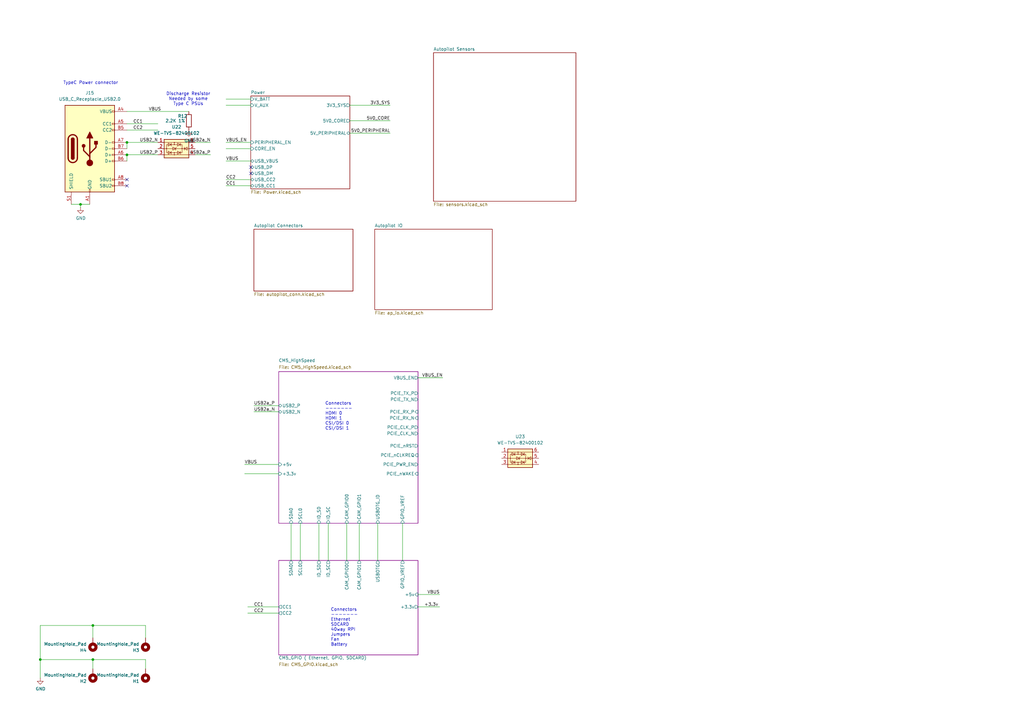
<source format=kicad_sch>
(kicad_sch (version 20250114) (generator "eeschema") (generator_version "9.0")
  (paper "A3")
  (title_block (title "Compact Pi AutoPilot") (date "2026-02-08") (rev "0") (company "Logan Fagg") (comment 1 "Licensed under CERN-OHL-S v2") (comment 2 "Copyright © 2026 Logan Fagg") (comment 3 "https://github.com/loganrf/compactPi"))
  (lib_symbols
    (symbol "Connector:USB_C_Receptacle_USB2.0_16P" (pin_names (offset 1.016))
      (property "Reference" "J" (at 0 22.225 0))
      (property "Value" "USB_C_Receptacle_USB2.0_16P" (at 0 19.685 0))
      (symbol "USB_C_Receptacle_USB2.0_16P_0_0"
        (rectangle (start -0.254 -17.78) (end 0.254 -16.764))
        (rectangle (start 10.16 15.494) (end 9.144 14.986))
        (rectangle (start 10.16 10.414) (end 9.144 9.906))
        (rectangle (start 10.16 7.874) (end 9.144 7.366))
        (rectangle (start 10.16 2.794) (end 9.144 2.286))
        (rectangle (start 10.16 0.254) (end 9.144 -0.254))
        (rectangle (start 10.16 -2.286) (end 9.144 -2.794))
        (rectangle (start 10.16 -4.826) (end 9.144 -5.334))
        (rectangle (start 10.16 -12.446) (end 9.144 -12.954))
        (rectangle (start 10.16 -14.986) (end 9.144 -15.494))
      )
      (symbol "USB_C_Receptacle_USB2.0_16P_0_1"
        (rectangle (start -10.16 17.78) (end 10.16 -17.78) (stroke (width 0.254)) (fill (type background)))
        (polyline (pts (xy -8.89 -3.81) (xy -8.89 3.81)) (stroke (width 0.508)))
        (rectangle (start -7.62 -3.81) (end -6.35 3.81) (stroke (width 0.254)) (fill (type outline)))
        (arc (start -7.62 3.81) (mid -6.985 4.4423) (end -6.35 3.81) (stroke (width 0.254)))
        (arc (start -7.62 3.81) (mid -6.985 4.4423) (end -6.35 3.81) (stroke (width 0.254)) (fill (type outline)))
        (arc (start -8.89 3.81) (mid -6.985 5.7067) (end -5.08 3.81) (stroke (width 0.508)))
        (arc (start -5.08 -3.81) (mid -6.985 -5.7067) (end -8.89 -3.81) (stroke (width 0.508)))
        (arc (start -6.35 -3.81) (mid -6.985 -4.4423) (end -7.62 -3.81) (stroke (width 0.254)))
        (arc (start -6.35 -3.81) (mid -6.985 -4.4423) (end -7.62 -3.81) (stroke (width 0.254)) (fill (type outline)))
        (polyline (pts (xy -5.08 3.81) (xy -5.08 -3.81)) (stroke (width 0.508)))
        (circle (center -2.54 1.143) (radius 0.635) (stroke (width 0.254)) (fill (type outline)))
        (polyline (pts (xy -1.27 4.318) (xy 0 6.858) (xy 1.27 4.318) (xy -1.27 4.318)) (stroke (width 0.254)) (fill (type outline)))
        (polyline (pts (xy 0 -2.032) (xy 2.54 0.508) (xy 2.54 1.778)) (stroke (width 0.508)))
        (polyline (pts (xy 0 -3.302) (xy -2.54 -0.762) (xy -2.54 0.508)) (stroke (width 0.508)))
        (polyline (pts (xy 0 -5.842) (xy 0 4.318)) (stroke (width 0.508)))
        (circle (center 0 -5.842) (radius 1.27) (fill (type outline)))
        (rectangle (start 1.905 1.778) (end 3.175 3.048) (stroke (width 0.254)) (fill (type outline)))
      )
      (symbol "USB_C_Receptacle_USB2.0_16P_1_1"
        (pin passive line (at -7.62 -22.86 90) (length 5.08) (name "SHIELD") (number "S1"))
        (pin passive line (at 0 -22.86 90) (length 5.08) (name "GND") (number "A1"))
        (pin passive line (at 0 -22.86 90) (length 5.08) (hide yes) (name "GND") (number "A12"))
        (pin passive line (at 0 -22.86 90) (length 5.08) (hide yes) (name "GND") (number "B1"))
        (pin passive line (at 0 -22.86 90) (length 5.08) (hide yes) (name "GND") (number "B12"))
        (pin passive line (at 15.24 15.24 180) (length 5.08) (name "VBUS") (number "A4"))
        (pin passive line (at 15.24 15.24 180) (length 5.08) (hide yes) (name "VBUS") (number "A9"))
        (pin passive line (at 15.24 15.24 180) (length 5.08) (hide yes) (name "VBUS") (number "B4"))
        (pin passive line (at 15.24 15.24 180) (length 5.08) (hide yes) (name "VBUS") (number "B9"))
        (pin bidirectional line (at 15.24 10.16 180) (length 5.08) (name "CC1") (number "A5"))
        (pin bidirectional line (at 15.24 7.62 180) (length 5.08) (name "CC2") (number "B5"))
        (pin bidirectional line (at 15.24 2.54 180) (length 5.08) (name "D-") (number "A7"))
        (pin bidirectional line (at 15.24 0 180) (length 5.08) (name "D-") (number "B7"))
        (pin bidirectional line (at 15.24 -2.54 180) (length 5.08) (name "D+") (number "A6"))
        (pin bidirectional line (at 15.24 -5.08 180) (length 5.08) (name "D+") (number "B6"))
        (pin bidirectional line (at 15.24 -12.7 180) (length 5.08) (name "SBU1") (number "A8"))
        (pin bidirectional line (at 15.24 -15.24 180) (length 5.08) (name "SBU2") (number "B8"))
      )
    )
    (symbol "Device:R" (pin_numbers (hide yes)) (pin_names (offset 0))
      (property "Reference" "R" (at 2.032 0 90))
      (property "Value" "R" (at 0 0 90))
      (symbol "R_0_1"
        (rectangle (start -1.016 -2.54) (end 1.016 2.54) (stroke (width 0.254)))
      )
      (symbol "R_1_1"
        (pin passive line (at 0 3.81 270) (length 1.27) (name "~") (number "1"))
        (pin passive line (at 0 -3.81 90) (length 1.27) (name "~") (number "2"))
      )
    )
    (symbol "Mechanical:MountingHole_Pad" (pin_numbers (hide yes)) (pin_names (offset 1.016) (hide yes)) (in_bom no)
      (property "Reference" "H" (at 0 6.35 0))
      (property "Value" "MountingHole_Pad" (at 0 4.445 0))
      (symbol "MountingHole_Pad_0_1"
        (circle (center 0 1.27) (radius 1.27) (stroke (width 1.27)))
      )
      (symbol "MountingHole_Pad_1_1"
        (pin input line (at 0 -2.54 90) (length 2.54) (name "1") (number "1"))
      )
    )
    (symbol "Power_Protection:WE-TVS-82400102"
      (property "Reference" "U" (at 0 7.62 0))
      (property "Value" "WE-TVS-82400102" (at 0 5.08 0))
      (symbol "WE-TVS-82400102_0_1"
        (polyline (pts (xy -5.08 2.54) (xy 5.08 2.54)))
        (polyline (pts (xy -5.08 -2.54) (xy 5.08 -2.54)))
        (rectangle (start -4.064 1.651) (end 2.286 -1.651))
        (circle (center -4.064 0) (radius 0.127))
        (polyline (pts (xy -4.064 0) (xy -5.08 0)))
        (polyline (pts (xy -4.064 0) (xy 2.286 0)) (fill (type outline)))
        (polyline (pts (xy -3.429 1.016) (xy -3.429 2.286) (xy -2.159 1.651) (xy -3.429 1.016)))
        (polyline (pts (xy -3.429 -1.016) (xy -3.429 -2.286) (xy -2.159 -1.651) (xy -3.429 -1.016)))
        (polyline (pts (xy -2.159 2.286) (xy -2.159 1.016)))
        (polyline (pts (xy -2.159 -1.016) (xy -2.159 -2.286)))
        (circle (center -0.889 2.54) (radius 0.127))
        (circle (center -0.889 1.651) (radius 0.127))
        (polyline (pts (xy -0.889 1.651) (xy -0.889 2.54)))
        (circle (center -0.889 -1.651) (radius 0.127))
        (polyline (pts (xy -0.889 -1.651) (xy -0.889 -2.413)))
        (circle (center -0.889 -2.54) (radius 0.127))
        (polyline (pts (xy -0.508 -0.635) (xy -0.508 -0.635)))
        (polyline (pts (xy 0 0.635) (xy -0.254 0.381) (xy -0.254 -0.381) (xy -0.508 -0.635)))
        (polyline (pts (xy 0.381 1.016) (xy 0.381 2.286) (xy 1.651 1.651) (xy 0.381 1.016)))
        (polyline (pts (xy 0.381 -1.016) (xy 0.381 -2.286) (xy 1.651 -1.651) (xy 0.381 -1.016)))
        (polyline (pts (xy 1.651 2.286) (xy 1.651 1.016)))
        (polyline (pts (xy 1.651 -1.016) (xy 1.651 -2.286)))
        (polyline (pts (xy 2.286 0) (xy 5.08 0)))
        (circle (center 2.286 0) (radius 0.127))
      )
      (symbol "WE-TVS-82400102_1_1"
        (rectangle (start -5.08 3.81) (end 5.08 -3.81) (stroke (width 0.254)) (fill (type background)))
        (polyline (pts (xy -1.524 0.635) (xy -1.524 -0.635) (xy -0.254 0) (xy -1.524 0.635)))
        (polyline (pts (xy 3.175 0.635) (xy 3.175 -0.635)))
        (polyline (pts (xy 4.445 0.635) (xy 4.445 -0.635) (xy 3.175 0) (xy 4.445 0.635)))
        (pin passive line (at -7.62 2.54 0) (length 2.54) (name "~") (number "1"))
        (pin passive line (at -7.62 0 0) (length 2.54) (name "~") (number "2"))
        (pin passive line (at -7.62 -2.54 0) (length 2.54) (name "~") (number "3"))
        (pin passive line (at 7.62 2.54 180) (length 2.54) (name "~") (number "6"))
        (pin passive line (at 7.62 0 180) (length 2.54) (name "~") (number "5"))
        (pin passive line (at 7.62 -2.54 180) (length 2.54) (name "~") (number "4"))
      )
    )
    (symbol "power:GND" (power) (pin_numbers (hide yes)) (pin_names (offset 0) (hide yes))
      (property "Value" "GND" (at 0 -3.81 0))
      (symbol "GND_0_1"
        (polyline (pts (xy 0 0) (xy 0 -1.27) (xy 1.27 -1.27) (xy 0 -2.54) (xy -1.27 -1.27) (xy 0 -1.27)))
      )
      (symbol "GND_1_1"
        (pin power_in line (at 0 0 270) (length 0) (name "~") (number "1"))
      )
    )
  )
  (text "Connectors\n-------\nEthernet\nSDCARD\n40way RPI\nJumpers\nFan\nBattery" (at 135.636 265.176 0) (effects (font (size 1.27 1.27)) (justify left bottom)))
  (text "Discharge Resistor\nNeeded by some\nType C PSUs" (at 77.216 40.64 0) (effects (font (size 1.27 1.27))))
  (text "TypeC Power connector" (at 25.908 34.798 0) (effects (font (size 1.27 1.27)) (justify left bottom)))
  (text "Connectors\n-------\nHDMI 0\nHDMI 1\nCSI/DSI 0\nCSI/DSI 1" (at 133.35 176.53 0) (effects (font (size 1.27 1.27)) (justify left bottom)))
  (junction (at 33.02 83.82))
  (junction (at 38.1 256.54))
  (junction (at 38.1 270.51))
  (junction (at 52.07 58.42))
  (junction (at 16.51 270.51))
  (junction (at 52.07 63.5))
  (no_connect (at 102.87 71.12))
  (no_connect (at 102.87 68.58))
  (no_connect (at 52.07 76.2))
  (no_connect (at 52.07 73.66))
  (wire (pts (xy 100.33 194.31) (xy 114.3 194.31)))
  (wire (pts (xy 171.45 248.92) (xy 180.34 248.92)))
  (wire (pts (xy 165.1 214.63) (xy 165.1 229.87)))
  (wire (pts (xy 59.69 270.51) (xy 38.1 270.51)))
  (wire (pts (xy 52.07 53.34) (xy 64.77 53.34)))
  (wire (pts (xy 16.51 270.51) (xy 16.51 256.54)))
  (wire (pts (xy 143.51 54.61) (xy 160.02 54.61)))
  (wire (pts (xy 38.1 256.54) (xy 59.69 256.54)))
  (wire (pts (xy 59.69 256.54) (xy 59.69 261.62)))
  (wire (pts (xy 33.02 85.09) (xy 33.02 83.82)))
  (wire (pts (xy 119.38 214.63) (xy 119.38 229.87)))
  (wire (pts (xy 92.71 40.64) (xy 102.87 40.64)))
  (wire (pts (xy 92.71 60.96) (xy 102.87 60.96)))
  (wire (pts (xy 38.1 270.51) (xy 38.1 274.32)))
  (wire (pts (xy 92.71 58.42) (xy 102.87 58.42)))
  (wire (pts (xy 80.01 63.5) (xy 86.36 63.5)))
  (wire (pts (xy 134.62 214.63) (xy 134.62 229.87)))
  (wire (pts (xy 123.19 214.63) (xy 123.19 229.87)))
  (wire (pts (xy 171.45 154.94) (xy 181.61 154.94)))
  (wire (pts (xy 104.14 166.37) (xy 114.3 166.37)))
  (wire (pts (xy 101.6 251.46) (xy 114.3 251.46)))
  (wire (pts (xy 142.24 214.63) (xy 142.24 229.87)))
  (wire (pts (xy 143.51 49.53) (xy 160.02 49.53)))
  (wire (pts (xy 59.69 274.32) (xy 59.69 270.51)))
  (wire (pts (xy 52.07 58.42) (xy 64.77 58.42)))
  (wire (pts (xy 147.32 214.63) (xy 147.32 229.87)))
  (wire (pts (xy 38.1 256.54) (xy 38.1 261.62)))
  (wire (pts (xy 92.71 43.18) (xy 102.87 43.18)))
  (wire (pts (xy 143.51 43.18) (xy 160.02 43.18)))
  (wire (pts (xy 92.71 66.04) (xy 102.87 66.04)))
  (wire (pts (xy 154.94 214.63) (xy 154.94 229.87)))
  (wire (pts (xy 52.07 63.5) (xy 64.77 63.5)))
  (wire (pts (xy 52.07 45.72) (xy 77.47 45.72)))
  (wire (pts (xy 52.07 63.5) (xy 52.07 66.04)))
  (wire (pts (xy 80.01 58.42) (xy 86.36 58.42)))
  (wire (pts (xy 92.71 76.2) (xy 102.87 76.2)))
  (wire (pts (xy 16.51 278.13) (xy 16.51 270.51)))
  (wire (pts (xy 104.14 168.91) (xy 114.3 168.91)))
  (wire (pts (xy 33.02 83.82) (xy 36.83 83.82)))
  (wire (pts (xy 29.21 83.82) (xy 33.02 83.82)))
  (wire (pts (xy 52.07 50.8) (xy 64.77 50.8)))
  (wire (pts (xy 130.81 214.63) (xy 130.81 229.87)))
  (wire (pts (xy 171.45 243.84) (xy 180.34 243.84)))
  (wire (pts (xy 92.71 73.66) (xy 102.87 73.66)))
  (wire (pts (xy 52.07 58.42) (xy 52.07 60.96)))
  (wire (pts (xy 16.51 270.51) (xy 38.1 270.51)))
  (wire (pts (xy 101.6 248.92) (xy 114.3 248.92)))
  (wire (pts (xy 100.33 190.5) (xy 114.3 190.5)))
  (wire (pts (xy 16.51 256.54) (xy 38.1 256.54)))
  (label "USB2a_P" (at 104.14 166.37 0))
  (label "CC1" (at 104.14 248.92 0))
  (label "CC2" (at 104.14 251.46 0))
  (label "USB2a_N" (at 104.14 168.91 0))
  (label "VBUS_EN" (at 181.61 154.94 180))
  (label "USB2a_P" (at 86.36 63.5 180))
  (label "CC2" (at 92.71 73.66 0))
  (label "VBUS" (at 180.34 243.84 180))
  (label "5V0_PERIPHERAL" (at 160.02 54.61 180))
  (label "VBUS" (at 60.96 45.72 0))
  (label "VBUS_EN" (at 92.71 58.42 0))
  (label "USB2_P" (at 64.77 63.5 180))
  (label "CC1" (at 54.61 50.8 0))
  (label "USB2_N" (at 64.77 58.42 180))
  (label "VBUS" (at 100.33 190.5 0))
  (label "VBUS" (at 92.71 66.04 0))
  (label "+3.3v" (at 173.99 248.92 0))
  (label "CC2" (at 54.61 53.34 0))
  (label "CC1" (at 92.71 76.2 0))
  (label "USB2a_N" (at 86.36 58.42 180))
  (label "3V3_SYS" (at 160.02 43.18 180))
  (label "5V0_CORE" (at 160.02 49.53 180))
  (symbol (lib_id "power:GND") (at 77.47 53.34 0) (unit 1)
    (property "Reference" "#PWR031" (effects (hide yes)))
    (property "Value" "GND" (at 77.597 57.7342 0))
    (property "Description" "Power symbol creates a global label with name \"GND\" , ground" (effects (hide yes)))
  )
  (symbol (lib_id "Mechanical:MountingHole_Pad") (at 38.1 276.86 180) (unit 1) (in_bom no)
    (property "Reference" "H2" (at 35.56 279.4001 0) (effects (justify left)))
    (property "Value" "MountingHole_Pad" (at 35.56 276.8601 0) (effects (justify left)))
    (property "Footprint" "MountingHole:MountingHole_2.7mm_Pad_TopBottom" (effects (hide yes)))
    (property "Description" "Mounting Hole with connection" (effects (hide yes)))
  )
  (symbol (lib_id "Mechanical:MountingHole_Pad") (at 38.1 264.16 180) (unit 1) (in_bom no)
    (property "Reference" "H4" (at 35.56 266.7001 0) (effects (justify left)))
    (property "Value" "MountingHole_Pad" (at 35.56 264.1601 0) (effects (justify left)))
    (property "Footprint" "MountingHole:MountingHole_2.7mm_Pad_TopBottom" (effects (hide yes)))
    (property "Description" "Mounting Hole with connection" (effects (hide yes)))
  )
  (symbol (lib_id "Connector:USB_C_Receptacle_USB2.0_16P") (at 36.83 60.96 0) (unit 1)
    (property "Reference" "J15" (at 36.83 38.1 0))
    (property "Value" "USB_C_Receptacle_USB2.0" (at 36.83 40.64 0))
    (property "Footprint" "Connector_USB:USB_C_Receptacle_GCT_USB4105-xx-A_16P_TopMnt_Horizontal" (effects (hide yes)))
    (property "Datasheet" "https://www.usb.org/sites/default/files/documents/usb_type-c.zip" (effects (hide yes)))
    (property "Description" "USB 2.0-only 16P Type-C Receptacle connector" (effects (hide yes)))
    (property "Field5" "USBF31-0171" (effects (hide yes)))
    (property "Field6" "USBF31-0171" (effects (hide yes)))
    (property "Field7" "MTCONN" (effects (hide yes)))
    (property "Part Description" "USBC USB2 data and power connector" (effects (hide yes)))
  )
  (symbol (lib_id "Mechanical:MountingHole_Pad") (at 59.69 264.16 180) (unit 1) (in_bom no)
    (property "Reference" "H3" (at 57.15 266.7001 0) (effects (justify left)))
    (property "Value" "MountingHole_Pad" (at 57.15 264.1601 0) (effects (justify left)))
    (property "Footprint" "MountingHole:MountingHole_2.7mm_Pad_TopBottom" (effects (hide yes)))
    (property "Description" "Mounting Hole with connection" (effects (hide yes)))
  )
  (symbol (lib_id "power:GND") (at 16.51 278.13 0) (unit 1)
    (property "Reference" "#PWR013" (effects (hide yes)))
    (property "Value" "GND" (at 16.637 282.5242 0))
    (property "Description" "Power symbol creates a global label with name \"GND\" , ground" (effects (hide yes)))
  )
  (symbol (lib_id "Device:R") (at 77.47 49.53 0) (unit 1)
    (property "Reference" "R12" (at 72.898 47.625 0) (effects (justify left)))
    (property "Value" "2.2K 1%" (at 67.818 49.53 0) (effects (justify left)))
    (property "Footprint" "Resistor_SMD:R_0402_1005Metric" (effects (hide yes)))
    (property "Description" "Resistor" (effects (hide yes)))
    (property "Field4" "Farnell" (effects (hide yes)))
    (property "Part Description" "Resistor 2.2K M1005 1% 63mW" (effects (hide yes)))
  )
  (symbol (lib_id "Power_Protection:WE-TVS-82400102") (at 213.36 187.96 0) (unit 1)
    (property "Reference" "U23" (at 213.36 179.07 0))
    (property "Value" "WE-TVS-82400102" (at 213.36 181.61 0))
    (property "Footprint" "Package_TO_SOT_SMD:SOT-23-6" (effects (hide yes)))
    (property "Datasheet" "https://www.we-online.com/components/products/datasheet/82400102.pdf" (effects (hide yes)))
    (property "Description" "Low Capacitance TVS Diode Array, 2 Channels, SOT-23-6" (effects (hide yes)))
  )
  (symbol (lib_id "Power_Protection:WE-TVS-82400102") (at 72.39 60.96 0) (unit 1)
    (property "Reference" "U22" (at 72.39 52.07 0))
    (property "Value" "WE-TVS-82400102" (at 72.39 54.61 0))
    (property "Footprint" "Package_TO_SOT_SMD:SOT-23-6" (effects (hide yes)))
    (property "Datasheet" "https://www.we-online.com/components/products/datasheet/82400102.pdf" (effects (hide yes)))
    (property "Description" "Low Capacitance TVS Diode Array, 2 Channels, SOT-23-6" (effects (hide yes)))
  )
  (symbol (lib_id "power:GND") (at 33.02 85.09 0) (unit 1)
    (property "Reference" "#PWR02" (effects (hide yes)))
    (property "Value" "GND" (at 33.147 89.4842 0))
    (property "Description" "Power symbol creates a global label with name \"GND\" , ground" (effects (hide yes)))
  )
  (symbol (lib_id "Mechanical:MountingHole_Pad") (at 59.69 276.86 180) (unit 1) (in_bom no)
    (property "Reference" "H1" (at 57.15 279.4001 0) (effects (justify left)))
    (property "Value" "MountingHole_Pad" (at 57.15 276.8601 0) (effects (justify left)))
    (property "Footprint" "MountingHole:MountingHole_2.7mm_Pad_TopBottom" (effects (hide yes)))
    (property "Description" "Mounting Hole with connection" (effects (hide yes)))
  )
  (sheet (at 114.3 229.87) (size 57.15 38.735) (stroke (width 0.1524) (color 132 0 132 1)) (fill (color 255 255 255 0.0000))
    (property "Sheetname" "CM5_GPIO ( Ethernet, GPIO, SDCARD)" (at 114.3 270.51 0) (effects (justify left bottom)))
    (property "Sheetfile" "CM5_GPIO.kicad_sch" (at 114.3 271.78 0) (effects (justify left top)))
    (pin "ID_SC" output (at 134.62 229.87 90))
    (pin "ID_SD" output (at 130.81 229.87 90))
    (pin "SCL0" output (at 123.19 229.87 90))
    (pin "SDA0" output (at 119.38 229.87 90))
    (pin "+5v" input (at 171.45 243.84 0))
    (pin "+3.3v" output (at 171.45 248.92 0))
    (pin "GPIO_VREF" output (at 165.1 229.87 90))
    (pin "CAM_GPIO0" output (at 142.24 229.87 90))
    (pin "CAM_GPIO1" output (at 147.32 229.87 90))
    (pin "CC1" output (at 114.3 248.92 180))
    (pin "USBOTG" output (at 154.94 229.87 90))
    (pin "CC2" output (at 114.3 251.46 180))
  )
  (sheet (at 114.3 152.4) (size 57.15 62.23) (stroke (width 0.1524) (color 132 0 132 1)) (fill (color 255 255 255 0.0000))
    (property "Sheetname" "CM5_HighSpeed" (at 114.3 148.59 0) (effects (justify left bottom)))
    (property "Sheetfile" "CM5_HighSpeed.kicad_sch" (at 114.3 149.86 0) (effects (justify left top)))
    (pin "USB2_N" bidirectional (at 114.3 168.91 180))
    (pin "USB2_P" bidirectional (at 114.3 166.37 180))
    (pin "ID_SC" input (at 134.62 214.63 270))
    (pin "ID_SD" input (at 130.81 214.63 270))
    (pin "SCL0" input (at 123.19 214.63 270))
    (pin "SDA0" input (at 119.38 214.63 270))
    (pin "+5v" input (at 114.3 190.5 180))
    (pin "PCIE_CLK_P" output (at 171.45 175.26 0))
    (pin "PCIE_CLK_N" output (at 171.45 177.8 0))
    (pin "PCIE_TX_P" output (at 171.45 161.29 0))
    (pin "PCIE_TX_N" output (at 171.45 163.83 0))
    (pin "PCIE_nRST" output (at 171.45 182.88 0))
    (pin "PCIE_RX_P" input (at 171.45 168.91 0))
    (pin "PCIE_RX_N" input (at 171.45 171.45 0))
    (pin "PCIE_nCLKREQ" input (at 171.45 186.69 0))
    (pin "+3.3v" input (at 114.3 194.31 180))
    (pin "USBOTG_ID" input (at 154.94 214.63 270))
    (pin "GPIO_VREF" input (at 165.1 214.63 270))
    (pin "PCIE_PWR_EN" output (at 171.45 190.5 0))
    (pin "PCIE_nWAKE" input (at 171.45 194.31 0))
    (pin "CAM_GPIO0" input (at 142.24 214.63 270))
    (pin "CAM_GPIO1" input (at 147.32 214.63 270))
    (pin "VBUS_EN" output (at 171.45 154.94 0))
  )
  (sheet (at 177.8 21.59) (size 58.42 60.96) (stroke (width 0.1524))
    (property "Sheetname" "Autopilot Sensors" (at 177.8 20.8784 0) (effects (justify left bottom)))
    (property "Sheetfile" "sensors.kicad_sch" (at 177.8 83.1346 0) (effects (justify left top)))
  )
  (sheet (at 153.67 93.98) (size 48.26 33.02) (stroke (width 0.1524))
    (property "Sheetname" "Autopilot IO" (at 153.67 93.2684 0) (effects (justify left bottom)))
    (property "Sheetfile" "ap_io.kicad_sch" (at 153.67 127.5846 0) (effects (justify left top)))
  )
  (sheet (at 102.87 39.37) (size 40.64 38.1) (stroke (width 0.1524))
    (property "Sheetname" "Power" (at 102.87 38.6584 0) (effects (justify left bottom)))
    (property "Sheetfile" "Power.kicad_sch" (at 102.87 78.0546 0) (effects (justify left top)))
    (pin "V_AUX" input (at 102.87 43.18 180))
    (pin "USB_DP" bidirectional (at 102.87 68.58 180))
    (pin "3V3_SYS" output (at 143.51 43.18 0))
    (pin "PERIPHERAL_EN" input (at 102.87 58.42 180))
    (pin "USB_DM" bidirectional (at 102.87 71.12 180))
    (pin "CORE_EN" input (at 102.87 60.96 180))
    (pin "V_BATT" input (at 102.87 40.64 180))
    (pin "USB_CC2" bidirectional (at 102.87 73.66 180))
    (pin "5V0_CORE" output (at 143.51 49.53 0))
    (pin "USB_CC1" bidirectional (at 102.87 76.2 180))
    (pin "USB_VBUS" bidirectional (at 102.87 66.04 180))
    (pin "5V_PERIPHERAL" bidirectional (at 143.51 54.61 0))
  )
  (sheet (at 104.14 93.98) (size 40.64 25.4) (stroke (width 0.1524))
    (property "Sheetname" "Autopilot Connectors" (at 104.14 93.2684 0) (effects (justify left bottom)))
    (property "Sheetfile" "autopilot_conn.kicad_sch" (at 104.14 119.9646 0) (effects (justify left top)))
  )
)
</source>
